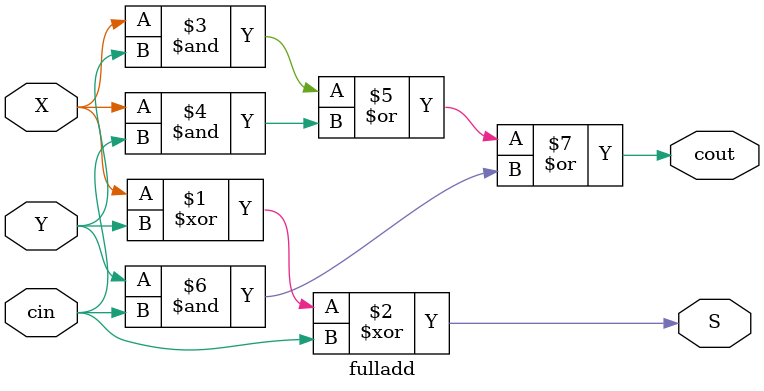
<source format=v>
module adder2 (carryin,x,y,s,carryout);
    parameter n = 2;
    input carryin;
    input [n-1:0]x,y;
    output [n-1:0]s;
    output carryout;
    wire [n:0]c;
    genvar i;   //Éú³ÉÄ£¿éµÄ±äÁ¿¶¨Òå

    assign c[0] = carryin;
    assign carryout = c[n];

    generate
        for(i=0;i<n;i=i+1)
        begin:addbit
            fulladd stage(c[i],x[i],y[i],s[i],c[i+1]);
        end
    endgenerate
endmodule

module fulladd(cin,X,Y,S,cout);
    input cin,X,Y;
    output S,cout;
    assign S = X^Y^cin;
    assign cout = (X&Y) | (X&cin) | (Y&cin);
endmodule
</source>
